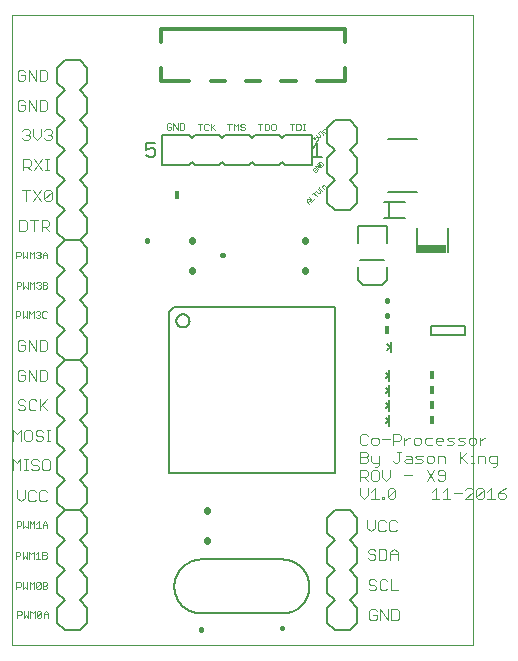
<source format=gto>
G75*
%MOIN*%
%OFA0B0*%
%FSLAX25Y25*%
%IPPOS*%
%LPD*%
%AMOC8*
5,1,8,0,0,1.08239X$1,22.5*
%
%ADD10C,0.00000*%
%ADD11C,0.00300*%
%ADD12C,0.00200*%
%ADD13C,0.00100*%
%ADD14C,0.01600*%
%ADD15C,0.00800*%
%ADD16C,0.00500*%
%ADD17R,0.01600X0.02800*%
%ADD18C,0.00600*%
%ADD19R,0.01800X0.03000*%
%ADD20C,0.01500*%
%ADD21R,0.09646X0.02657*%
%ADD22C,0.02200*%
%ADD23C,0.01200*%
D10*
X0003000Y0001800D02*
X0003000Y0211761D01*
X0156701Y0211761D01*
X0156701Y0001800D01*
X0003000Y0001800D01*
D11*
X0005884Y0049750D02*
X0007119Y0050984D01*
X0007119Y0053453D01*
X0008333Y0052836D02*
X0008333Y0050367D01*
X0008950Y0049750D01*
X0010185Y0049750D01*
X0010802Y0050367D01*
X0012016Y0050367D02*
X0012016Y0052836D01*
X0012633Y0053453D01*
X0013868Y0053453D01*
X0014485Y0052836D01*
X0014485Y0050367D02*
X0013868Y0049750D01*
X0012633Y0049750D01*
X0012016Y0050367D01*
X0010802Y0052836D02*
X0010185Y0053453D01*
X0008950Y0053453D01*
X0008333Y0052836D01*
X0005884Y0049750D02*
X0004650Y0050984D01*
X0004650Y0053453D01*
X0005619Y0060050D02*
X0005619Y0063753D01*
X0004384Y0062519D01*
X0003150Y0063753D01*
X0003150Y0060050D01*
X0006833Y0060050D02*
X0008068Y0060050D01*
X0007450Y0060050D02*
X0007450Y0063753D01*
X0006833Y0063753D02*
X0008068Y0063753D01*
X0009289Y0063136D02*
X0009289Y0062519D01*
X0009906Y0061902D01*
X0011140Y0061902D01*
X0011757Y0061284D01*
X0011757Y0060667D01*
X0011140Y0060050D01*
X0009906Y0060050D01*
X0009289Y0060667D01*
X0009289Y0063136D02*
X0009906Y0063753D01*
X0011140Y0063753D01*
X0011757Y0063136D01*
X0012972Y0063136D02*
X0012972Y0060667D01*
X0013589Y0060050D01*
X0014823Y0060050D01*
X0015440Y0060667D01*
X0015440Y0063136D01*
X0014823Y0063753D01*
X0013589Y0063753D01*
X0012972Y0063136D01*
X0012568Y0069850D02*
X0011333Y0069850D01*
X0010716Y0070467D01*
X0009502Y0070467D02*
X0009502Y0072936D01*
X0008885Y0073553D01*
X0007650Y0073553D01*
X0007033Y0072936D01*
X0007033Y0070467D01*
X0007650Y0069850D01*
X0008885Y0069850D01*
X0009502Y0070467D01*
X0011333Y0071702D02*
X0012568Y0071702D01*
X0013185Y0071084D01*
X0013185Y0070467D01*
X0012568Y0069850D01*
X0014399Y0069850D02*
X0015634Y0069850D01*
X0015017Y0069850D02*
X0015017Y0073553D01*
X0015634Y0073553D02*
X0014399Y0073553D01*
X0013185Y0072936D02*
X0012568Y0073553D01*
X0011333Y0073553D01*
X0010716Y0072936D01*
X0010716Y0072319D01*
X0011333Y0071702D01*
X0005819Y0073553D02*
X0005819Y0069850D01*
X0004584Y0072319D02*
X0005819Y0073553D01*
X0004584Y0072319D02*
X0003350Y0073553D01*
X0003350Y0069850D01*
X0005467Y0080050D02*
X0004850Y0080667D01*
X0005467Y0080050D02*
X0006702Y0080050D01*
X0007319Y0080667D01*
X0007319Y0081284D01*
X0006702Y0081902D01*
X0005467Y0081902D01*
X0004850Y0082519D01*
X0004850Y0083136D01*
X0005467Y0083753D01*
X0006702Y0083753D01*
X0007319Y0083136D01*
X0008533Y0083136D02*
X0008533Y0080667D01*
X0009150Y0080050D01*
X0010385Y0080050D01*
X0011002Y0080667D01*
X0012216Y0080050D02*
X0012216Y0083753D01*
X0011002Y0083136D02*
X0010385Y0083753D01*
X0009150Y0083753D01*
X0008533Y0083136D01*
X0008433Y0089950D02*
X0008433Y0093653D01*
X0010902Y0089950D01*
X0010902Y0093653D01*
X0012116Y0093653D02*
X0013968Y0093653D01*
X0014585Y0093036D01*
X0014585Y0090567D01*
X0013968Y0089950D01*
X0012116Y0089950D01*
X0012116Y0093653D01*
X0007219Y0093036D02*
X0006602Y0093653D01*
X0005367Y0093653D01*
X0004750Y0093036D01*
X0004750Y0090567D01*
X0005367Y0089950D01*
X0006602Y0089950D01*
X0007219Y0090567D01*
X0007219Y0091802D01*
X0005984Y0091802D01*
X0005367Y0099950D02*
X0004750Y0100567D01*
X0004750Y0103036D01*
X0005367Y0103653D01*
X0006602Y0103653D01*
X0007219Y0103036D01*
X0007219Y0101802D02*
X0005984Y0101802D01*
X0007219Y0101802D02*
X0007219Y0100567D01*
X0006602Y0099950D01*
X0005367Y0099950D01*
X0008433Y0099950D02*
X0008433Y0103653D01*
X0010902Y0099950D01*
X0010902Y0103653D01*
X0012116Y0103653D02*
X0012116Y0099950D01*
X0013968Y0099950D01*
X0014585Y0100567D01*
X0014585Y0103036D01*
X0013968Y0103653D01*
X0012116Y0103653D01*
X0014685Y0083753D02*
X0012216Y0081284D01*
X0012833Y0081902D02*
X0014685Y0080050D01*
X0015185Y0139950D02*
X0013951Y0141184D01*
X0014568Y0141184D02*
X0012716Y0141184D01*
X0012716Y0139950D02*
X0012716Y0143653D01*
X0014568Y0143653D01*
X0015185Y0143036D01*
X0015185Y0141802D01*
X0014568Y0141184D01*
X0011502Y0143653D02*
X0009033Y0143653D01*
X0010268Y0143653D02*
X0010268Y0139950D01*
X0007819Y0140567D02*
X0007819Y0143036D01*
X0007202Y0143653D01*
X0005350Y0143653D01*
X0005350Y0139950D01*
X0007202Y0139950D01*
X0007819Y0140567D01*
X0007484Y0149850D02*
X0007484Y0153553D01*
X0006250Y0153553D02*
X0008719Y0153553D01*
X0009933Y0153553D02*
X0012402Y0149850D01*
X0013616Y0150467D02*
X0016085Y0152936D01*
X0016085Y0150467D01*
X0015468Y0149850D01*
X0014233Y0149850D01*
X0013616Y0150467D01*
X0013616Y0152936D01*
X0014233Y0153553D01*
X0015468Y0153553D01*
X0016085Y0152936D01*
X0012402Y0153553D02*
X0009933Y0149850D01*
X0010333Y0160050D02*
X0012802Y0163753D01*
X0014016Y0163753D02*
X0015251Y0163753D01*
X0014633Y0163753D02*
X0014633Y0160050D01*
X0014016Y0160050D02*
X0015251Y0160050D01*
X0012802Y0160050D02*
X0010333Y0163753D01*
X0009119Y0163136D02*
X0009119Y0161902D01*
X0008502Y0161284D01*
X0006650Y0161284D01*
X0006650Y0160050D02*
X0006650Y0163753D01*
X0008502Y0163753D01*
X0009119Y0163136D01*
X0007884Y0161284D02*
X0009119Y0160050D01*
X0008102Y0170150D02*
X0006867Y0170150D01*
X0006250Y0170767D01*
X0007484Y0172002D02*
X0008102Y0172002D01*
X0008719Y0171384D01*
X0008719Y0170767D01*
X0008102Y0170150D01*
X0008102Y0172002D02*
X0008719Y0172619D01*
X0008719Y0173236D01*
X0008102Y0173853D01*
X0006867Y0173853D01*
X0006250Y0173236D01*
X0009933Y0173853D02*
X0009933Y0171384D01*
X0011168Y0170150D01*
X0012402Y0171384D01*
X0012402Y0173853D01*
X0013616Y0173236D02*
X0014233Y0173853D01*
X0015468Y0173853D01*
X0016085Y0173236D01*
X0016085Y0172619D01*
X0015468Y0172002D01*
X0016085Y0171384D01*
X0016085Y0170767D01*
X0015468Y0170150D01*
X0014233Y0170150D01*
X0013616Y0170767D01*
X0014851Y0172002D02*
X0015468Y0172002D01*
X0013968Y0179950D02*
X0012116Y0179950D01*
X0012116Y0183653D01*
X0013968Y0183653D01*
X0014585Y0183036D01*
X0014585Y0180567D01*
X0013968Y0179950D01*
X0010902Y0179950D02*
X0010902Y0183653D01*
X0008433Y0183653D02*
X0008433Y0179950D01*
X0007219Y0180567D02*
X0007219Y0181802D01*
X0005984Y0181802D01*
X0004750Y0183036D02*
X0004750Y0180567D01*
X0005367Y0179950D01*
X0006602Y0179950D01*
X0007219Y0180567D01*
X0007219Y0183036D02*
X0006602Y0183653D01*
X0005367Y0183653D01*
X0004750Y0183036D01*
X0008433Y0183653D02*
X0010902Y0179950D01*
X0010902Y0189950D02*
X0010902Y0193653D01*
X0012116Y0193653D02*
X0012116Y0189950D01*
X0013968Y0189950D01*
X0014585Y0190567D01*
X0014585Y0193036D01*
X0013968Y0193653D01*
X0012116Y0193653D01*
X0008433Y0193653D02*
X0010902Y0189950D01*
X0008433Y0189950D02*
X0008433Y0193653D01*
X0007219Y0193036D02*
X0006602Y0193653D01*
X0005367Y0193653D01*
X0004750Y0193036D01*
X0004750Y0190567D01*
X0005367Y0189950D01*
X0006602Y0189950D01*
X0007219Y0190567D01*
X0007219Y0191802D01*
X0005984Y0191802D01*
X0119567Y0072253D02*
X0118950Y0071636D01*
X0118950Y0069167D01*
X0119567Y0068550D01*
X0120802Y0068550D01*
X0121419Y0069167D01*
X0122633Y0069167D02*
X0123250Y0068550D01*
X0124485Y0068550D01*
X0125102Y0069167D01*
X0125102Y0070402D01*
X0124485Y0071019D01*
X0123250Y0071019D01*
X0122633Y0070402D01*
X0122633Y0069167D01*
X0120802Y0066253D02*
X0121419Y0065636D01*
X0121419Y0065019D01*
X0120802Y0064402D01*
X0118950Y0064402D01*
X0118950Y0066253D02*
X0118950Y0062550D01*
X0120802Y0062550D01*
X0121419Y0063167D01*
X0121419Y0063784D01*
X0120802Y0064402D01*
X0120802Y0066253D02*
X0118950Y0066253D01*
X0122633Y0065019D02*
X0122633Y0063167D01*
X0123250Y0062550D01*
X0125102Y0062550D01*
X0125102Y0061933D02*
X0124485Y0061316D01*
X0123868Y0061316D01*
X0124485Y0060253D02*
X0125102Y0059636D01*
X0125102Y0057167D01*
X0124485Y0056550D01*
X0123250Y0056550D01*
X0122633Y0057167D01*
X0122633Y0059636D01*
X0123250Y0060253D01*
X0124485Y0060253D01*
X0125102Y0061933D02*
X0125102Y0065019D01*
X0126316Y0060253D02*
X0126316Y0057784D01*
X0127551Y0056550D01*
X0128785Y0057784D01*
X0128785Y0060253D01*
X0130617Y0062550D02*
X0131234Y0062550D01*
X0131851Y0063167D01*
X0131851Y0066253D01*
X0131234Y0066253D02*
X0132468Y0066253D01*
X0134300Y0065019D02*
X0135534Y0065019D01*
X0136151Y0064402D01*
X0136151Y0062550D01*
X0134300Y0062550D01*
X0133683Y0063167D01*
X0134300Y0063784D01*
X0136151Y0063784D01*
X0137366Y0064402D02*
X0137983Y0065019D01*
X0139834Y0065019D01*
X0141049Y0064402D02*
X0141049Y0063167D01*
X0141666Y0062550D01*
X0142900Y0062550D01*
X0143518Y0063167D01*
X0143518Y0064402D01*
X0142900Y0065019D01*
X0141666Y0065019D01*
X0141049Y0064402D01*
X0139834Y0063167D02*
X0139217Y0063784D01*
X0137983Y0063784D01*
X0137366Y0064402D01*
X0137366Y0062550D02*
X0139217Y0062550D01*
X0139834Y0063167D01*
X0141049Y0060253D02*
X0143518Y0056550D01*
X0144732Y0057167D02*
X0145349Y0056550D01*
X0146584Y0056550D01*
X0147201Y0057167D01*
X0147201Y0059636D01*
X0146584Y0060253D01*
X0145349Y0060253D01*
X0144732Y0059636D01*
X0144732Y0059019D01*
X0145349Y0058402D01*
X0147201Y0058402D01*
X0147201Y0062550D02*
X0147201Y0064402D01*
X0146584Y0065019D01*
X0144732Y0065019D01*
X0144732Y0062550D01*
X0143518Y0060253D02*
X0141049Y0056550D01*
X0144125Y0054253D02*
X0142890Y0053019D01*
X0144125Y0054253D02*
X0144125Y0050550D01*
X0145359Y0050550D02*
X0142890Y0050550D01*
X0146574Y0050550D02*
X0149042Y0050550D01*
X0147808Y0050550D02*
X0147808Y0054253D01*
X0146574Y0053019D01*
X0150257Y0052402D02*
X0152726Y0052402D01*
X0153940Y0053636D02*
X0154557Y0054253D01*
X0155791Y0054253D01*
X0156409Y0053636D01*
X0156409Y0053019D01*
X0153940Y0050550D01*
X0156409Y0050550D01*
X0157623Y0051167D02*
X0160092Y0053636D01*
X0160092Y0051167D01*
X0159475Y0050550D01*
X0158240Y0050550D01*
X0157623Y0051167D01*
X0157623Y0053636D01*
X0158240Y0054253D01*
X0159475Y0054253D01*
X0160092Y0053636D01*
X0161306Y0053019D02*
X0162541Y0054253D01*
X0162541Y0050550D01*
X0163775Y0050550D02*
X0161306Y0050550D01*
X0164989Y0051167D02*
X0165606Y0050550D01*
X0166841Y0050550D01*
X0167458Y0051167D01*
X0167458Y0051784D01*
X0166841Y0052402D01*
X0164989Y0052402D01*
X0164989Y0051167D01*
X0164989Y0052402D02*
X0166224Y0053636D01*
X0167458Y0054253D01*
X0163772Y0061316D02*
X0164389Y0061933D01*
X0164389Y0065019D01*
X0162537Y0065019D01*
X0161920Y0064402D01*
X0161920Y0063167D01*
X0162537Y0062550D01*
X0164389Y0062550D01*
X0163772Y0061316D02*
X0163154Y0061316D01*
X0160706Y0062550D02*
X0160706Y0064402D01*
X0160088Y0065019D01*
X0158237Y0065019D01*
X0158237Y0062550D01*
X0157016Y0062550D02*
X0155781Y0062550D01*
X0156399Y0062550D02*
X0156399Y0065019D01*
X0155781Y0065019D01*
X0156399Y0066253D02*
X0156399Y0066870D01*
X0155785Y0068550D02*
X0155168Y0069167D01*
X0155168Y0070402D01*
X0155785Y0071019D01*
X0157019Y0071019D01*
X0157636Y0070402D01*
X0157636Y0069167D01*
X0157019Y0068550D01*
X0155785Y0068550D01*
X0153953Y0069167D02*
X0153336Y0069784D01*
X0152102Y0069784D01*
X0151484Y0070402D01*
X0152102Y0071019D01*
X0153953Y0071019D01*
X0153953Y0069167D02*
X0153336Y0068550D01*
X0151484Y0068550D01*
X0150270Y0069167D02*
X0149653Y0069784D01*
X0148418Y0069784D01*
X0147801Y0070402D01*
X0148418Y0071019D01*
X0150270Y0071019D01*
X0150270Y0069167D02*
X0149653Y0068550D01*
X0147801Y0068550D01*
X0146587Y0069784D02*
X0144118Y0069784D01*
X0144118Y0069167D02*
X0144118Y0070402D01*
X0144735Y0071019D01*
X0145970Y0071019D01*
X0146587Y0070402D01*
X0146587Y0069784D01*
X0145970Y0068550D02*
X0144735Y0068550D01*
X0144118Y0069167D01*
X0142904Y0068550D02*
X0141052Y0068550D01*
X0140435Y0069167D01*
X0140435Y0070402D01*
X0141052Y0071019D01*
X0142904Y0071019D01*
X0139221Y0070402D02*
X0139221Y0069167D01*
X0138603Y0068550D01*
X0137369Y0068550D01*
X0136752Y0069167D01*
X0136752Y0070402D01*
X0137369Y0071019D01*
X0138603Y0071019D01*
X0139221Y0070402D01*
X0135534Y0071019D02*
X0134917Y0071019D01*
X0133683Y0069784D01*
X0133683Y0068550D02*
X0133683Y0071019D01*
X0132468Y0071636D02*
X0132468Y0070402D01*
X0131851Y0069784D01*
X0129999Y0069784D01*
X0129999Y0068550D02*
X0129999Y0072253D01*
X0131851Y0072253D01*
X0132468Y0071636D01*
X0128785Y0070402D02*
X0126316Y0070402D01*
X0121419Y0071636D02*
X0120802Y0072253D01*
X0119567Y0072253D01*
X0118950Y0060253D02*
X0120802Y0060253D01*
X0121419Y0059636D01*
X0121419Y0058402D01*
X0120802Y0057784D01*
X0118950Y0057784D01*
X0118950Y0056550D02*
X0118950Y0060253D01*
X0120184Y0057784D02*
X0121419Y0056550D01*
X0121419Y0054253D02*
X0121419Y0051784D01*
X0120184Y0050550D01*
X0118950Y0051784D01*
X0118950Y0054253D01*
X0122633Y0053019D02*
X0123868Y0054253D01*
X0123868Y0050550D01*
X0125102Y0050550D02*
X0122633Y0050550D01*
X0126316Y0050550D02*
X0126933Y0050550D01*
X0126933Y0051167D01*
X0126316Y0051167D01*
X0126316Y0050550D01*
X0128158Y0051167D02*
X0128158Y0053636D01*
X0128775Y0054253D01*
X0130009Y0054253D01*
X0130627Y0053636D01*
X0128158Y0051167D01*
X0128775Y0050550D01*
X0130009Y0050550D01*
X0130627Y0051167D01*
X0130627Y0053636D01*
X0133683Y0058402D02*
X0136151Y0058402D01*
X0130617Y0062550D02*
X0129999Y0063167D01*
X0130468Y0043453D02*
X0129233Y0043453D01*
X0128616Y0042836D01*
X0128616Y0040367D01*
X0129233Y0039750D01*
X0130468Y0039750D01*
X0131085Y0040367D01*
X0131085Y0042836D02*
X0130468Y0043453D01*
X0127402Y0042836D02*
X0126785Y0043453D01*
X0125550Y0043453D01*
X0124933Y0042836D01*
X0124933Y0040367D01*
X0125550Y0039750D01*
X0126785Y0039750D01*
X0127402Y0040367D01*
X0123719Y0040984D02*
X0123719Y0043453D01*
X0123719Y0040984D02*
X0122484Y0039750D01*
X0121250Y0040984D01*
X0121250Y0043453D01*
X0122167Y0033953D02*
X0121550Y0033336D01*
X0121550Y0032719D01*
X0122167Y0032102D01*
X0123402Y0032102D01*
X0124019Y0031484D01*
X0124019Y0030867D01*
X0123402Y0030250D01*
X0122167Y0030250D01*
X0121550Y0030867D01*
X0122167Y0033953D02*
X0123402Y0033953D01*
X0124019Y0033336D01*
X0125233Y0033953D02*
X0125233Y0030250D01*
X0127085Y0030250D01*
X0127702Y0030867D01*
X0127702Y0033336D01*
X0127085Y0033953D01*
X0125233Y0033953D01*
X0128916Y0032719D02*
X0128916Y0030250D01*
X0128916Y0032102D02*
X0131385Y0032102D01*
X0131385Y0032719D02*
X0131385Y0030250D01*
X0131385Y0032719D02*
X0130151Y0033953D01*
X0128916Y0032719D01*
X0129116Y0023753D02*
X0129116Y0020050D01*
X0131585Y0020050D01*
X0127902Y0020667D02*
X0127285Y0020050D01*
X0126050Y0020050D01*
X0125433Y0020667D01*
X0125433Y0023136D01*
X0126050Y0023753D01*
X0127285Y0023753D01*
X0127902Y0023136D01*
X0124219Y0023136D02*
X0123602Y0023753D01*
X0122367Y0023753D01*
X0121750Y0023136D01*
X0121750Y0022519D01*
X0122367Y0021902D01*
X0123602Y0021902D01*
X0124219Y0021284D01*
X0124219Y0020667D01*
X0123602Y0020050D01*
X0122367Y0020050D01*
X0121750Y0020667D01*
X0122567Y0013753D02*
X0121950Y0013136D01*
X0121950Y0010667D01*
X0122567Y0010050D01*
X0123802Y0010050D01*
X0124419Y0010667D01*
X0124419Y0011902D01*
X0123184Y0011902D01*
X0124419Y0013136D02*
X0123802Y0013753D01*
X0122567Y0013753D01*
X0125633Y0013753D02*
X0125633Y0010050D01*
X0128102Y0010050D02*
X0125633Y0013753D01*
X0128102Y0013753D02*
X0128102Y0010050D01*
X0129316Y0010050D02*
X0129316Y0013753D01*
X0131168Y0013753D01*
X0131785Y0013136D01*
X0131785Y0010667D01*
X0131168Y0010050D01*
X0129316Y0010050D01*
X0152098Y0062550D02*
X0152098Y0066253D01*
X0152715Y0064402D02*
X0154567Y0062550D01*
X0152098Y0063784D02*
X0154567Y0066253D01*
X0158851Y0068550D02*
X0158851Y0071019D01*
X0160085Y0071019D02*
X0158851Y0069784D01*
X0160085Y0071019D02*
X0160702Y0071019D01*
D12*
X0100554Y0173400D02*
X0099820Y0173400D01*
X0100187Y0173400D02*
X0100187Y0175602D01*
X0099820Y0175602D02*
X0100554Y0175602D01*
X0099078Y0175235D02*
X0098711Y0175602D01*
X0097610Y0175602D01*
X0097610Y0173400D01*
X0098711Y0173400D01*
X0099078Y0173767D01*
X0099078Y0175235D01*
X0096868Y0175602D02*
X0095400Y0175602D01*
X0096134Y0175602D02*
X0096134Y0173400D01*
X0090788Y0173867D02*
X0090788Y0175335D01*
X0090421Y0175702D01*
X0089687Y0175702D01*
X0089320Y0175335D01*
X0089320Y0173867D01*
X0089687Y0173500D01*
X0090421Y0173500D01*
X0090788Y0173867D01*
X0088578Y0173867D02*
X0088578Y0175335D01*
X0088211Y0175702D01*
X0087110Y0175702D01*
X0087110Y0173500D01*
X0088211Y0173500D01*
X0088578Y0173867D01*
X0086368Y0175702D02*
X0084900Y0175702D01*
X0085634Y0175702D02*
X0085634Y0173500D01*
X0080488Y0173867D02*
X0080121Y0173500D01*
X0079387Y0173500D01*
X0079020Y0173867D01*
X0079387Y0174601D02*
X0080121Y0174601D01*
X0080488Y0174234D01*
X0080488Y0173867D01*
X0079387Y0174601D02*
X0079020Y0174968D01*
X0079020Y0175335D01*
X0079387Y0175702D01*
X0080121Y0175702D01*
X0080488Y0175335D01*
X0078278Y0175702D02*
X0078278Y0173500D01*
X0076810Y0173500D02*
X0076810Y0175702D01*
X0077544Y0174968D01*
X0078278Y0175702D01*
X0076068Y0175702D02*
X0074600Y0175702D01*
X0075334Y0175702D02*
X0075334Y0173500D01*
X0070688Y0173500D02*
X0069587Y0174601D01*
X0069220Y0174234D02*
X0070688Y0175702D01*
X0069220Y0175702D02*
X0069220Y0173500D01*
X0068478Y0173867D02*
X0068111Y0173500D01*
X0067377Y0173500D01*
X0067010Y0173867D01*
X0067010Y0175335D01*
X0067377Y0175702D01*
X0068111Y0175702D01*
X0068478Y0175335D01*
X0066268Y0175702D02*
X0064800Y0175702D01*
X0065534Y0175702D02*
X0065534Y0173500D01*
X0060288Y0173967D02*
X0060288Y0175435D01*
X0059921Y0175802D01*
X0058820Y0175802D01*
X0058820Y0173600D01*
X0059921Y0173600D01*
X0060288Y0173967D01*
X0058078Y0173600D02*
X0058078Y0175802D01*
X0056610Y0175802D02*
X0058078Y0173600D01*
X0056610Y0173600D02*
X0056610Y0175802D01*
X0055868Y0175435D02*
X0055501Y0175802D01*
X0054767Y0175802D01*
X0054400Y0175435D01*
X0054400Y0173967D01*
X0054767Y0173600D01*
X0055501Y0173600D01*
X0055868Y0173967D01*
X0055868Y0174701D01*
X0055134Y0174701D01*
X0013873Y0133002D02*
X0014607Y0132268D01*
X0014607Y0130800D01*
X0014607Y0131901D02*
X0013140Y0131901D01*
X0013140Y0132268D02*
X0013873Y0133002D01*
X0013140Y0132268D02*
X0013140Y0130800D01*
X0012398Y0131167D02*
X0012031Y0130800D01*
X0011297Y0130800D01*
X0010930Y0131167D01*
X0010188Y0130800D02*
X0010188Y0133002D01*
X0009454Y0132268D01*
X0008720Y0133002D01*
X0008720Y0130800D01*
X0007978Y0130800D02*
X0007978Y0133002D01*
X0006510Y0133002D02*
X0006510Y0130800D01*
X0007244Y0131534D01*
X0007978Y0130800D01*
X0005768Y0131901D02*
X0005401Y0131534D01*
X0004300Y0131534D01*
X0004300Y0130800D02*
X0004300Y0133002D01*
X0005401Y0133002D01*
X0005768Y0132635D01*
X0005768Y0131901D01*
X0010930Y0132635D02*
X0011297Y0133002D01*
X0012031Y0133002D01*
X0012398Y0132635D01*
X0012398Y0132268D01*
X0012031Y0131901D01*
X0012398Y0131534D01*
X0012398Y0131167D01*
X0012031Y0131901D02*
X0011664Y0131901D01*
X0011397Y0122902D02*
X0012131Y0122902D01*
X0012498Y0122535D01*
X0012498Y0122168D01*
X0012131Y0121801D01*
X0012498Y0121434D01*
X0012498Y0121067D01*
X0012131Y0120700D01*
X0011397Y0120700D01*
X0011030Y0121067D01*
X0010288Y0120700D02*
X0010288Y0122902D01*
X0009554Y0122168D01*
X0008820Y0122902D01*
X0008820Y0120700D01*
X0008078Y0120700D02*
X0008078Y0122902D01*
X0006610Y0122902D02*
X0006610Y0120700D01*
X0007344Y0121434D01*
X0008078Y0120700D01*
X0005868Y0121801D02*
X0005868Y0122535D01*
X0005501Y0122902D01*
X0004400Y0122902D01*
X0004400Y0120700D01*
X0004400Y0121434D02*
X0005501Y0121434D01*
X0005868Y0121801D01*
X0011030Y0122535D02*
X0011397Y0122902D01*
X0011764Y0121801D02*
X0012131Y0121801D01*
X0013240Y0121801D02*
X0014340Y0121801D01*
X0014707Y0121434D01*
X0014707Y0121067D01*
X0014340Y0120700D01*
X0013240Y0120700D01*
X0013240Y0122902D01*
X0014340Y0122902D01*
X0014707Y0122535D01*
X0014707Y0122168D01*
X0014340Y0121801D01*
X0014140Y0113102D02*
X0013406Y0113102D01*
X0013040Y0112735D01*
X0013040Y0111267D01*
X0013406Y0110900D01*
X0014140Y0110900D01*
X0014507Y0111267D01*
X0014507Y0112735D02*
X0014140Y0113102D01*
X0012298Y0112735D02*
X0012298Y0112368D01*
X0011931Y0112001D01*
X0012298Y0111634D01*
X0012298Y0111267D01*
X0011931Y0110900D01*
X0011197Y0110900D01*
X0010830Y0111267D01*
X0010088Y0110900D02*
X0010088Y0113102D01*
X0009354Y0112368D01*
X0008620Y0113102D01*
X0008620Y0110900D01*
X0007878Y0110900D02*
X0007878Y0113102D01*
X0006410Y0113102D02*
X0006410Y0110900D01*
X0007144Y0111634D01*
X0007878Y0110900D01*
X0005668Y0112001D02*
X0005301Y0111634D01*
X0004200Y0111634D01*
X0004200Y0110900D02*
X0004200Y0113102D01*
X0005301Y0113102D01*
X0005668Y0112735D01*
X0005668Y0112001D01*
X0010830Y0112735D02*
X0011197Y0113102D01*
X0011931Y0113102D01*
X0012298Y0112735D01*
X0011931Y0112001D02*
X0011564Y0112001D01*
X0011764Y0043102D02*
X0011764Y0040900D01*
X0011030Y0040900D02*
X0012498Y0040900D01*
X0013240Y0040900D02*
X0013240Y0042368D01*
X0013973Y0043102D01*
X0014707Y0042368D01*
X0014707Y0040900D01*
X0014707Y0042001D02*
X0013240Y0042001D01*
X0011764Y0043102D02*
X0011030Y0042368D01*
X0010288Y0043102D02*
X0010288Y0040900D01*
X0008820Y0040900D02*
X0008820Y0043102D01*
X0009554Y0042368D01*
X0010288Y0043102D01*
X0008078Y0043102D02*
X0008078Y0040900D01*
X0007344Y0041634D01*
X0006610Y0040900D01*
X0006610Y0043102D01*
X0005868Y0042735D02*
X0005868Y0042001D01*
X0005501Y0041634D01*
X0004400Y0041634D01*
X0004400Y0040900D02*
X0004400Y0043102D01*
X0005501Y0043102D01*
X0005868Y0042735D01*
X0006410Y0032902D02*
X0006410Y0030700D01*
X0007144Y0031434D01*
X0007878Y0030700D01*
X0007878Y0032902D01*
X0008620Y0032902D02*
X0009354Y0032168D01*
X0010088Y0032902D01*
X0010088Y0030700D01*
X0010830Y0030700D02*
X0012298Y0030700D01*
X0011564Y0030700D02*
X0011564Y0032902D01*
X0010830Y0032168D01*
X0013040Y0031801D02*
X0014140Y0031801D01*
X0014507Y0031434D01*
X0014507Y0031067D01*
X0014140Y0030700D01*
X0013040Y0030700D01*
X0013040Y0032902D01*
X0014140Y0032902D01*
X0014507Y0032535D01*
X0014507Y0032168D01*
X0014140Y0031801D01*
X0008620Y0030700D02*
X0008620Y0032902D01*
X0005668Y0032535D02*
X0005668Y0031801D01*
X0005301Y0031434D01*
X0004200Y0031434D01*
X0004200Y0030700D02*
X0004200Y0032902D01*
X0005301Y0032902D01*
X0005668Y0032535D01*
X0005401Y0022802D02*
X0004300Y0022802D01*
X0004300Y0020600D01*
X0004300Y0021334D02*
X0005401Y0021334D01*
X0005768Y0021701D01*
X0005768Y0022435D01*
X0005401Y0022802D01*
X0006510Y0022802D02*
X0006510Y0020600D01*
X0007244Y0021334D01*
X0007978Y0020600D01*
X0007978Y0022802D01*
X0008720Y0022802D02*
X0008720Y0020600D01*
X0010188Y0020600D02*
X0010188Y0022802D01*
X0009454Y0022068D01*
X0008720Y0022802D01*
X0010930Y0022435D02*
X0011297Y0022802D01*
X0012031Y0022802D01*
X0012398Y0022435D01*
X0010930Y0020967D01*
X0011297Y0020600D01*
X0012031Y0020600D01*
X0012398Y0020967D01*
X0012398Y0022435D01*
X0013140Y0022802D02*
X0014240Y0022802D01*
X0014607Y0022435D01*
X0014607Y0022068D01*
X0014240Y0021701D01*
X0013140Y0021701D01*
X0014240Y0021701D02*
X0014607Y0021334D01*
X0014607Y0020967D01*
X0014240Y0020600D01*
X0013140Y0020600D01*
X0013140Y0022802D01*
X0010930Y0022435D02*
X0010930Y0020967D01*
X0010488Y0013202D02*
X0009754Y0012468D01*
X0009020Y0013202D01*
X0009020Y0011000D01*
X0008278Y0011000D02*
X0008278Y0013202D01*
X0006810Y0013202D02*
X0006810Y0011000D01*
X0007544Y0011734D01*
X0008278Y0011000D01*
X0006068Y0012101D02*
X0005701Y0011734D01*
X0004600Y0011734D01*
X0004600Y0011000D02*
X0004600Y0013202D01*
X0005701Y0013202D01*
X0006068Y0012835D01*
X0006068Y0012101D01*
X0010488Y0013202D02*
X0010488Y0011000D01*
X0011230Y0011367D02*
X0012698Y0012835D01*
X0012698Y0011367D01*
X0012331Y0011000D01*
X0011597Y0011000D01*
X0011230Y0011367D01*
X0011230Y0012835D01*
X0011597Y0013202D01*
X0012331Y0013202D01*
X0012698Y0012835D01*
X0013440Y0012468D02*
X0014173Y0013202D01*
X0014907Y0012468D01*
X0014907Y0011000D01*
X0014907Y0012101D02*
X0013440Y0012101D01*
X0013440Y0012468D02*
X0013440Y0011000D01*
D13*
X0102000Y0148971D02*
X0101292Y0149678D01*
X0101292Y0150386D01*
X0102000Y0150386D01*
X0102708Y0149678D01*
X0103042Y0150012D02*
X0101980Y0151074D01*
X0102177Y0150209D02*
X0101469Y0149501D01*
X0103042Y0150012D02*
X0103749Y0150720D01*
X0104437Y0151408D02*
X0103376Y0152470D01*
X0103730Y0152823D02*
X0103022Y0152116D01*
X0104064Y0153157D02*
X0104771Y0152450D01*
X0105479Y0152450D01*
X0105479Y0153157D01*
X0104771Y0153865D01*
X0105459Y0153845D02*
X0105636Y0154022D01*
X0106344Y0153315D01*
X0106167Y0153138D02*
X0106521Y0153492D01*
X0106861Y0153832D02*
X0106154Y0154540D01*
X0106685Y0155071D01*
X0107038Y0155071D01*
X0107569Y0154540D01*
X0105282Y0154376D02*
X0105105Y0154553D01*
X0104177Y0159548D02*
X0104531Y0159901D01*
X0104531Y0160255D01*
X0104177Y0160609D01*
X0103823Y0160255D01*
X0103823Y0159548D02*
X0104177Y0159548D01*
X0103823Y0159548D02*
X0103115Y0160255D01*
X0103115Y0160609D01*
X0103469Y0160963D01*
X0103823Y0160963D01*
X0103980Y0161474D02*
X0105749Y0161120D01*
X0104688Y0162182D01*
X0105022Y0162516D02*
X0105553Y0163047D01*
X0105907Y0163047D01*
X0106614Y0162339D01*
X0106614Y0161985D01*
X0106083Y0161454D01*
X0105022Y0162516D01*
X0103980Y0161474D02*
X0105042Y0160412D01*
X0104477Y0170048D02*
X0104123Y0170048D01*
X0104477Y0170048D02*
X0104831Y0170401D01*
X0104831Y0170755D01*
X0104477Y0171109D01*
X0104123Y0171109D01*
X0103946Y0170932D01*
X0103769Y0170401D01*
X0103238Y0170932D01*
X0103946Y0171640D01*
X0104280Y0171974D02*
X0104988Y0171266D01*
X0105696Y0171266D01*
X0105696Y0171974D01*
X0104988Y0172682D01*
X0105322Y0173016D02*
X0105676Y0173370D01*
X0105499Y0173193D02*
X0106560Y0172131D01*
X0106383Y0171954D02*
X0106737Y0172308D01*
X0107078Y0172649D02*
X0106370Y0173356D01*
X0106901Y0173887D01*
X0107255Y0173887D01*
X0107786Y0173356D01*
D14*
X0073120Y0131800D02*
X0072880Y0131800D01*
X0128000Y0116920D02*
X0128000Y0116680D01*
X0128000Y0111920D02*
X0128000Y0111680D01*
D15*
X0129069Y0103011D02*
X0129069Y0101200D01*
X0127849Y0100280D01*
X0129069Y0099389D02*
X0129069Y0101200D01*
X0129009Y0101300D02*
X0127849Y0102060D01*
X0128669Y0093611D02*
X0128669Y0091800D01*
X0127449Y0090880D01*
X0128669Y0089989D02*
X0128669Y0091800D01*
X0128609Y0091900D02*
X0127449Y0092660D01*
X0128669Y0088611D02*
X0128669Y0086800D01*
X0127449Y0085880D01*
X0128669Y0084989D02*
X0128669Y0086800D01*
X0128609Y0086900D02*
X0127449Y0087660D01*
X0128669Y0083611D02*
X0128669Y0081800D01*
X0127449Y0080880D01*
X0128669Y0079989D02*
X0128669Y0081800D01*
X0128609Y0081900D02*
X0127449Y0082660D01*
X0128669Y0078611D02*
X0128669Y0076800D01*
X0127449Y0075880D01*
X0128669Y0074989D02*
X0128669Y0076800D01*
X0128609Y0076900D02*
X0127449Y0077660D01*
X0115500Y0046800D02*
X0110500Y0046800D01*
X0108000Y0044300D01*
X0108000Y0039300D01*
X0110500Y0036800D01*
X0108000Y0034300D01*
X0108000Y0029300D01*
X0110500Y0026800D01*
X0108000Y0024300D01*
X0108000Y0019300D01*
X0110500Y0016800D01*
X0108000Y0014300D01*
X0108000Y0009300D01*
X0110500Y0006800D01*
X0115500Y0006800D01*
X0118000Y0009300D01*
X0118000Y0014300D01*
X0115500Y0016800D01*
X0118000Y0019300D01*
X0118000Y0024300D01*
X0115500Y0026800D01*
X0118000Y0029300D01*
X0118000Y0034300D01*
X0115500Y0036800D01*
X0118000Y0039300D01*
X0118000Y0044300D01*
X0115500Y0046800D01*
X0093000Y0030400D02*
X0066000Y0030400D01*
X0065781Y0030397D01*
X0065562Y0030389D01*
X0065343Y0030376D01*
X0065125Y0030357D01*
X0064907Y0030333D01*
X0064690Y0030304D01*
X0064473Y0030270D01*
X0064258Y0030230D01*
X0064043Y0030185D01*
X0063830Y0030134D01*
X0063618Y0030079D01*
X0063407Y0030018D01*
X0063198Y0029953D01*
X0062991Y0029882D01*
X0062785Y0029806D01*
X0062581Y0029725D01*
X0062379Y0029640D01*
X0062180Y0029549D01*
X0061983Y0029454D01*
X0061788Y0029353D01*
X0061595Y0029248D01*
X0061405Y0029139D01*
X0061218Y0029025D01*
X0061034Y0028906D01*
X0060853Y0028783D01*
X0060675Y0028655D01*
X0060499Y0028523D01*
X0060328Y0028387D01*
X0060159Y0028247D01*
X0059994Y0028103D01*
X0059833Y0027955D01*
X0059675Y0027803D01*
X0059521Y0027647D01*
X0059371Y0027487D01*
X0059224Y0027324D01*
X0059082Y0027157D01*
X0058944Y0026987D01*
X0058810Y0026813D01*
X0058680Y0026637D01*
X0058555Y0026457D01*
X0058434Y0026274D01*
X0058318Y0026088D01*
X0058206Y0025900D01*
X0058099Y0025709D01*
X0057996Y0025515D01*
X0057898Y0025319D01*
X0057805Y0025121D01*
X0057717Y0024920D01*
X0057634Y0024717D01*
X0057555Y0024512D01*
X0057482Y0024306D01*
X0057414Y0024098D01*
X0057351Y0023888D01*
X0057293Y0023676D01*
X0057240Y0023464D01*
X0057192Y0023250D01*
X0057150Y0023035D01*
X0057113Y0022819D01*
X0057081Y0022602D01*
X0057054Y0022384D01*
X0057033Y0022166D01*
X0057017Y0021948D01*
X0057006Y0021729D01*
X0057001Y0021510D01*
X0057001Y0021290D01*
X0057006Y0021071D01*
X0057017Y0020852D01*
X0057033Y0020634D01*
X0057054Y0020416D01*
X0057081Y0020198D01*
X0057113Y0019981D01*
X0057150Y0019765D01*
X0057192Y0019550D01*
X0057240Y0019336D01*
X0057293Y0019124D01*
X0057351Y0018912D01*
X0057414Y0018702D01*
X0057482Y0018494D01*
X0057555Y0018288D01*
X0057634Y0018083D01*
X0057717Y0017880D01*
X0057805Y0017679D01*
X0057898Y0017481D01*
X0057996Y0017285D01*
X0058099Y0017091D01*
X0058206Y0016900D01*
X0058318Y0016712D01*
X0058434Y0016526D01*
X0058555Y0016343D01*
X0058680Y0016163D01*
X0058810Y0015987D01*
X0058944Y0015813D01*
X0059082Y0015643D01*
X0059224Y0015476D01*
X0059371Y0015313D01*
X0059521Y0015153D01*
X0059675Y0014997D01*
X0059833Y0014845D01*
X0059994Y0014697D01*
X0060159Y0014553D01*
X0060328Y0014413D01*
X0060499Y0014277D01*
X0060675Y0014145D01*
X0060853Y0014017D01*
X0061034Y0013894D01*
X0061218Y0013775D01*
X0061405Y0013661D01*
X0061595Y0013552D01*
X0061788Y0013447D01*
X0061983Y0013346D01*
X0062180Y0013251D01*
X0062379Y0013160D01*
X0062581Y0013075D01*
X0062785Y0012994D01*
X0062991Y0012918D01*
X0063198Y0012847D01*
X0063407Y0012782D01*
X0063618Y0012721D01*
X0063830Y0012666D01*
X0064043Y0012615D01*
X0064258Y0012570D01*
X0064473Y0012530D01*
X0064690Y0012496D01*
X0064907Y0012467D01*
X0065125Y0012443D01*
X0065343Y0012424D01*
X0065562Y0012411D01*
X0065781Y0012403D01*
X0066000Y0012400D01*
X0093000Y0012400D01*
X0093219Y0012403D01*
X0093438Y0012411D01*
X0093657Y0012424D01*
X0093875Y0012443D01*
X0094093Y0012467D01*
X0094310Y0012496D01*
X0094527Y0012530D01*
X0094742Y0012570D01*
X0094957Y0012615D01*
X0095170Y0012666D01*
X0095382Y0012721D01*
X0095593Y0012782D01*
X0095802Y0012847D01*
X0096009Y0012918D01*
X0096215Y0012994D01*
X0096419Y0013075D01*
X0096621Y0013160D01*
X0096820Y0013251D01*
X0097017Y0013346D01*
X0097212Y0013447D01*
X0097405Y0013552D01*
X0097595Y0013661D01*
X0097782Y0013775D01*
X0097966Y0013894D01*
X0098147Y0014017D01*
X0098325Y0014145D01*
X0098501Y0014277D01*
X0098672Y0014413D01*
X0098841Y0014553D01*
X0099006Y0014697D01*
X0099167Y0014845D01*
X0099325Y0014997D01*
X0099479Y0015153D01*
X0099629Y0015313D01*
X0099776Y0015476D01*
X0099918Y0015643D01*
X0100056Y0015813D01*
X0100190Y0015987D01*
X0100320Y0016163D01*
X0100445Y0016343D01*
X0100566Y0016526D01*
X0100682Y0016712D01*
X0100794Y0016900D01*
X0100901Y0017091D01*
X0101004Y0017285D01*
X0101102Y0017481D01*
X0101195Y0017679D01*
X0101283Y0017880D01*
X0101366Y0018083D01*
X0101445Y0018288D01*
X0101518Y0018494D01*
X0101586Y0018702D01*
X0101649Y0018912D01*
X0101707Y0019124D01*
X0101760Y0019336D01*
X0101808Y0019550D01*
X0101850Y0019765D01*
X0101887Y0019981D01*
X0101919Y0020198D01*
X0101946Y0020416D01*
X0101967Y0020634D01*
X0101983Y0020852D01*
X0101994Y0021071D01*
X0101999Y0021290D01*
X0101999Y0021510D01*
X0101994Y0021729D01*
X0101983Y0021948D01*
X0101967Y0022166D01*
X0101946Y0022384D01*
X0101919Y0022602D01*
X0101887Y0022819D01*
X0101850Y0023035D01*
X0101808Y0023250D01*
X0101760Y0023464D01*
X0101707Y0023676D01*
X0101649Y0023888D01*
X0101586Y0024098D01*
X0101518Y0024306D01*
X0101445Y0024512D01*
X0101366Y0024717D01*
X0101283Y0024920D01*
X0101195Y0025121D01*
X0101102Y0025319D01*
X0101004Y0025515D01*
X0100901Y0025709D01*
X0100794Y0025900D01*
X0100682Y0026088D01*
X0100566Y0026274D01*
X0100445Y0026457D01*
X0100320Y0026637D01*
X0100190Y0026813D01*
X0100056Y0026987D01*
X0099918Y0027157D01*
X0099776Y0027324D01*
X0099629Y0027487D01*
X0099479Y0027647D01*
X0099325Y0027803D01*
X0099167Y0027955D01*
X0099006Y0028103D01*
X0098841Y0028247D01*
X0098672Y0028387D01*
X0098501Y0028523D01*
X0098325Y0028655D01*
X0098147Y0028783D01*
X0097966Y0028906D01*
X0097782Y0029025D01*
X0097595Y0029139D01*
X0097405Y0029248D01*
X0097212Y0029353D01*
X0097017Y0029454D01*
X0096820Y0029549D01*
X0096621Y0029640D01*
X0096419Y0029725D01*
X0096215Y0029806D01*
X0096009Y0029882D01*
X0095802Y0029953D01*
X0095593Y0030018D01*
X0095382Y0030079D01*
X0095170Y0030134D01*
X0094957Y0030185D01*
X0094742Y0030230D01*
X0094527Y0030270D01*
X0094310Y0030304D01*
X0094093Y0030333D01*
X0093875Y0030357D01*
X0093657Y0030376D01*
X0093438Y0030389D01*
X0093219Y0030397D01*
X0093000Y0030400D01*
X0028000Y0029300D02*
X0025500Y0026800D01*
X0028000Y0024300D01*
X0028000Y0019300D01*
X0025500Y0016800D01*
X0028000Y0014300D01*
X0028000Y0009300D01*
X0025500Y0006800D01*
X0020500Y0006800D01*
X0018000Y0009300D01*
X0018000Y0014300D01*
X0020500Y0016800D01*
X0018000Y0019300D01*
X0018000Y0024300D01*
X0020500Y0026800D01*
X0018000Y0029300D01*
X0018000Y0034300D01*
X0020500Y0036800D01*
X0018000Y0039300D01*
X0018000Y0044300D01*
X0020500Y0046800D01*
X0025500Y0046800D01*
X0028000Y0044300D01*
X0028000Y0039300D01*
X0025500Y0036800D01*
X0028000Y0034300D01*
X0028000Y0029300D01*
X0025500Y0046800D02*
X0020500Y0046800D01*
X0018000Y0049300D01*
X0018000Y0054300D01*
X0020500Y0056800D01*
X0018000Y0059300D01*
X0018000Y0064300D01*
X0020500Y0066800D01*
X0018000Y0069300D01*
X0018000Y0074300D01*
X0020500Y0076800D01*
X0018000Y0079300D01*
X0018000Y0084300D01*
X0020500Y0086800D01*
X0018000Y0089300D01*
X0018000Y0094300D01*
X0020500Y0096800D01*
X0025500Y0096800D01*
X0028000Y0099300D01*
X0028000Y0104300D01*
X0025500Y0106800D01*
X0028000Y0109300D01*
X0028000Y0114300D01*
X0025500Y0116800D01*
X0028000Y0119300D01*
X0028000Y0124300D01*
X0025500Y0126800D01*
X0028000Y0129300D01*
X0028000Y0134300D01*
X0025500Y0136800D01*
X0028000Y0139300D01*
X0028000Y0144300D01*
X0025500Y0146800D01*
X0028000Y0149300D01*
X0028000Y0154300D01*
X0025500Y0156800D01*
X0028000Y0159300D01*
X0028000Y0164300D01*
X0025500Y0166800D01*
X0028000Y0169300D01*
X0028000Y0174300D01*
X0025500Y0176800D01*
X0028000Y0179300D01*
X0028000Y0184300D01*
X0025500Y0186800D01*
X0028000Y0189300D01*
X0028000Y0194300D01*
X0025500Y0196800D01*
X0020500Y0196800D01*
X0018000Y0194300D01*
X0018000Y0189300D01*
X0020500Y0186800D01*
X0018000Y0184300D01*
X0018000Y0179300D01*
X0020500Y0176800D01*
X0018000Y0174300D01*
X0018000Y0169300D01*
X0020500Y0166800D01*
X0018000Y0164300D01*
X0018000Y0159300D01*
X0020500Y0156800D01*
X0018000Y0154300D01*
X0018000Y0149300D01*
X0020500Y0146800D01*
X0018000Y0144300D01*
X0018000Y0139300D01*
X0020500Y0136800D01*
X0025500Y0136800D01*
X0020500Y0136800D01*
X0018000Y0134300D01*
X0018000Y0129300D01*
X0020500Y0126800D01*
X0018000Y0124300D01*
X0018000Y0119300D01*
X0020500Y0116800D01*
X0018000Y0114300D01*
X0018000Y0109300D01*
X0020500Y0106800D01*
X0018000Y0104300D01*
X0018000Y0099300D01*
X0020500Y0096800D01*
X0025500Y0096800D01*
X0028000Y0094300D01*
X0028000Y0089300D01*
X0025500Y0086800D01*
X0028000Y0084300D01*
X0028000Y0079300D01*
X0025500Y0076800D01*
X0028000Y0074300D01*
X0028000Y0069300D01*
X0025500Y0066800D01*
X0028000Y0064300D01*
X0028000Y0059300D01*
X0025500Y0056800D01*
X0028000Y0054300D01*
X0028000Y0049300D01*
X0025500Y0046800D01*
X0110500Y0146800D02*
X0108000Y0149300D01*
X0108000Y0154300D01*
X0110500Y0156800D01*
X0108000Y0159300D01*
X0108000Y0164300D01*
X0110500Y0166800D01*
X0108000Y0169300D01*
X0108000Y0174300D01*
X0110500Y0176800D01*
X0115500Y0176800D01*
X0118000Y0174300D01*
X0118000Y0169300D01*
X0115500Y0166800D01*
X0118000Y0164300D01*
X0118000Y0159300D01*
X0115500Y0156800D01*
X0118000Y0154300D01*
X0118000Y0149300D01*
X0115500Y0146800D01*
X0110500Y0146800D01*
X0118276Y0141643D02*
X0118276Y0135737D01*
X0118276Y0141643D02*
X0127724Y0141643D01*
X0127724Y0135737D01*
X0127724Y0127863D02*
X0127724Y0123532D01*
X0126150Y0121957D01*
X0119850Y0121957D01*
X0118276Y0123532D01*
X0118276Y0127863D01*
X0126957Y0144341D02*
X0128531Y0144341D01*
X0128531Y0149459D01*
X0134043Y0149459D01*
X0134043Y0144341D02*
X0128531Y0144341D01*
X0128531Y0149459D02*
X0126957Y0149459D01*
X0137882Y0140835D02*
X0137882Y0132725D01*
X0148118Y0132725D02*
X0148118Y0140835D01*
D16*
X0137902Y0153001D02*
X0128201Y0153001D01*
X0128201Y0170599D02*
X0137902Y0170599D01*
X0127000Y0130300D02*
X0119000Y0130300D01*
X0106149Y0164550D02*
X0103146Y0164550D01*
X0104647Y0164550D02*
X0104647Y0169054D01*
X0103146Y0167553D01*
X0050649Y0166802D02*
X0050649Y0165301D01*
X0049898Y0164550D01*
X0048397Y0164550D01*
X0047646Y0165301D01*
X0047646Y0166802D02*
X0049147Y0167553D01*
X0049898Y0167553D01*
X0050649Y0166802D01*
X0050649Y0169054D02*
X0047646Y0169054D01*
X0047646Y0166802D01*
D17*
X0128000Y0106800D03*
X0143000Y0091800D03*
X0143000Y0086800D03*
X0143000Y0081800D03*
X0143000Y0076800D03*
D18*
X0142400Y0105300D02*
X0142400Y0108300D01*
X0153800Y0108300D01*
X0153800Y0105300D01*
X0142400Y0105300D01*
X0110701Y0114501D02*
X0057000Y0114501D01*
X0055299Y0112800D01*
X0055299Y0059099D01*
X0110701Y0059099D01*
X0110701Y0114501D01*
X0103000Y0161800D02*
X0094000Y0161800D01*
X0093000Y0162800D01*
X0092000Y0161800D01*
X0084000Y0161800D01*
X0083000Y0162800D01*
X0082000Y0161800D01*
X0074000Y0161800D01*
X0073000Y0162800D01*
X0072000Y0161800D01*
X0064000Y0161800D01*
X0063000Y0162800D01*
X0062000Y0161800D01*
X0053000Y0161800D01*
X0053000Y0171800D01*
X0062000Y0171800D01*
X0063000Y0170800D01*
X0064000Y0171800D01*
X0072000Y0171800D01*
X0073000Y0170800D01*
X0074000Y0171800D01*
X0082000Y0171800D01*
X0083000Y0170800D01*
X0084000Y0171800D01*
X0092000Y0171800D01*
X0093000Y0170800D01*
X0094000Y0171800D01*
X0103000Y0171800D01*
X0103000Y0161800D01*
X0057650Y0109950D02*
X0057652Y0110043D01*
X0057658Y0110137D01*
X0057668Y0110229D01*
X0057682Y0110322D01*
X0057699Y0110413D01*
X0057721Y0110504D01*
X0057746Y0110594D01*
X0057776Y0110683D01*
X0057809Y0110770D01*
X0057845Y0110856D01*
X0057886Y0110940D01*
X0057929Y0111023D01*
X0057977Y0111103D01*
X0058027Y0111182D01*
X0058081Y0111258D01*
X0058138Y0111332D01*
X0058199Y0111403D01*
X0058262Y0111472D01*
X0058328Y0111538D01*
X0058397Y0111601D01*
X0058468Y0111662D01*
X0058542Y0111719D01*
X0058618Y0111773D01*
X0058697Y0111823D01*
X0058777Y0111871D01*
X0058860Y0111914D01*
X0058944Y0111955D01*
X0059030Y0111991D01*
X0059117Y0112024D01*
X0059206Y0112054D01*
X0059296Y0112079D01*
X0059387Y0112101D01*
X0059478Y0112118D01*
X0059571Y0112132D01*
X0059663Y0112142D01*
X0059757Y0112148D01*
X0059850Y0112150D01*
X0059943Y0112148D01*
X0060037Y0112142D01*
X0060129Y0112132D01*
X0060222Y0112118D01*
X0060313Y0112101D01*
X0060404Y0112079D01*
X0060494Y0112054D01*
X0060583Y0112024D01*
X0060670Y0111991D01*
X0060756Y0111955D01*
X0060840Y0111914D01*
X0060923Y0111871D01*
X0061003Y0111823D01*
X0061082Y0111773D01*
X0061158Y0111719D01*
X0061232Y0111662D01*
X0061303Y0111601D01*
X0061372Y0111538D01*
X0061438Y0111472D01*
X0061501Y0111403D01*
X0061562Y0111332D01*
X0061619Y0111258D01*
X0061673Y0111182D01*
X0061723Y0111103D01*
X0061771Y0111023D01*
X0061814Y0110940D01*
X0061855Y0110856D01*
X0061891Y0110770D01*
X0061924Y0110683D01*
X0061954Y0110594D01*
X0061979Y0110504D01*
X0062001Y0110413D01*
X0062018Y0110322D01*
X0062032Y0110229D01*
X0062042Y0110137D01*
X0062048Y0110043D01*
X0062050Y0109950D01*
X0062048Y0109857D01*
X0062042Y0109763D01*
X0062032Y0109671D01*
X0062018Y0109578D01*
X0062001Y0109487D01*
X0061979Y0109396D01*
X0061954Y0109306D01*
X0061924Y0109217D01*
X0061891Y0109130D01*
X0061855Y0109044D01*
X0061814Y0108960D01*
X0061771Y0108877D01*
X0061723Y0108797D01*
X0061673Y0108718D01*
X0061619Y0108642D01*
X0061562Y0108568D01*
X0061501Y0108497D01*
X0061438Y0108428D01*
X0061372Y0108362D01*
X0061303Y0108299D01*
X0061232Y0108238D01*
X0061158Y0108181D01*
X0061082Y0108127D01*
X0061003Y0108077D01*
X0060923Y0108029D01*
X0060840Y0107986D01*
X0060756Y0107945D01*
X0060670Y0107909D01*
X0060583Y0107876D01*
X0060494Y0107846D01*
X0060404Y0107821D01*
X0060313Y0107799D01*
X0060222Y0107782D01*
X0060129Y0107768D01*
X0060037Y0107758D01*
X0059943Y0107752D01*
X0059850Y0107750D01*
X0059757Y0107752D01*
X0059663Y0107758D01*
X0059571Y0107768D01*
X0059478Y0107782D01*
X0059387Y0107799D01*
X0059296Y0107821D01*
X0059206Y0107846D01*
X0059117Y0107876D01*
X0059030Y0107909D01*
X0058944Y0107945D01*
X0058860Y0107986D01*
X0058777Y0108029D01*
X0058697Y0108077D01*
X0058618Y0108127D01*
X0058542Y0108181D01*
X0058468Y0108238D01*
X0058397Y0108299D01*
X0058328Y0108362D01*
X0058262Y0108428D01*
X0058199Y0108497D01*
X0058138Y0108568D01*
X0058081Y0108642D01*
X0058027Y0108718D01*
X0057977Y0108797D01*
X0057929Y0108877D01*
X0057886Y0108960D01*
X0057845Y0109044D01*
X0057809Y0109130D01*
X0057776Y0109217D01*
X0057746Y0109306D01*
X0057721Y0109396D01*
X0057699Y0109487D01*
X0057682Y0109578D01*
X0057668Y0109671D01*
X0057658Y0109763D01*
X0057652Y0109857D01*
X0057650Y0109950D01*
D19*
X0058000Y0151800D03*
D20*
X0048000Y0136910D02*
X0048000Y0136690D01*
X0066000Y0007110D02*
X0066000Y0006890D01*
X0092900Y0007490D02*
X0092900Y0007710D01*
D21*
X0143000Y0133936D03*
D22*
X0100500Y0136680D02*
X0100500Y0136920D01*
X0100500Y0126920D02*
X0100500Y0126680D01*
X0063000Y0126920D02*
X0063000Y0126680D01*
X0063000Y0136680D02*
X0063000Y0136920D01*
X0068000Y0046920D02*
X0068000Y0046680D01*
X0068000Y0036920D02*
X0068000Y0036680D01*
D23*
X0069063Y0189989D02*
X0073787Y0189989D01*
X0080874Y0189989D02*
X0085598Y0189989D01*
X0092685Y0189989D02*
X0097409Y0189989D01*
X0104496Y0189989D02*
X0113945Y0189989D01*
X0113945Y0194320D01*
X0113945Y0202981D02*
X0113945Y0207312D01*
X0052528Y0207312D01*
X0052528Y0202981D01*
X0052528Y0194320D02*
X0052528Y0189989D01*
X0061976Y0189989D01*
M02*

</source>
